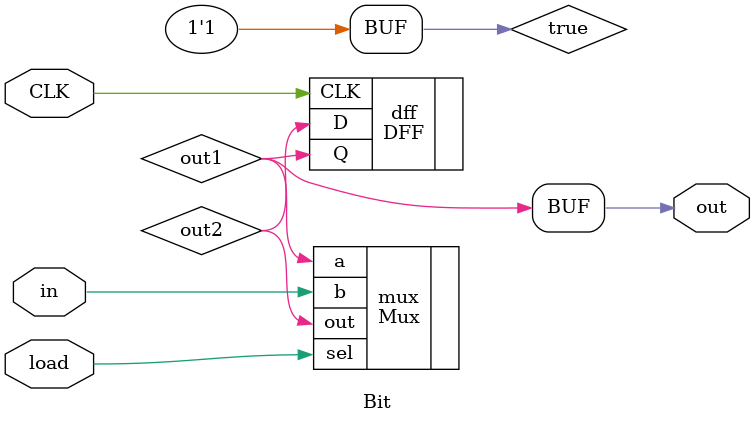
<source format=v>
`timescale 1ns / 1ps

module Bit(in,load,out,CLK);

input in,load,CLK;
output out;

wire out1,out2;
supply1 true;

Mux mux(.a(out1),.b(in),.sel(load),.out(out2));
DFF dff(.D(out2),.CLK(CLK),.Q(out1));
and (out,out1,true);

endmodule

</source>
